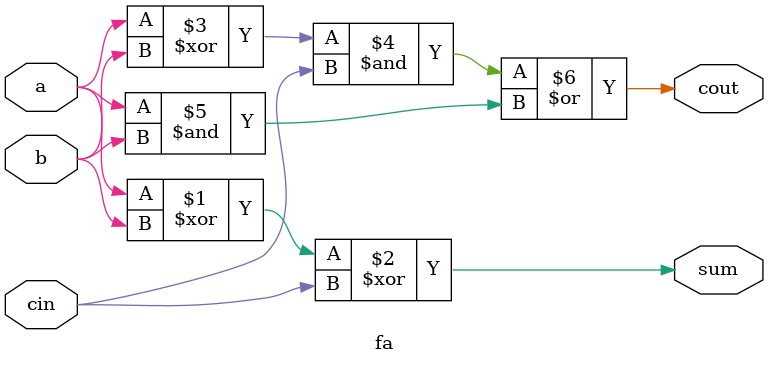
<source format=v>
module top_module( 
    input [99:0] a, b,
    input cin,
    output [99:0] cout,
    output [99:0] sum );
    fa inst0(a[0],b[0],cin,sum[0],cout[0]);
    genvar i ;
    generate
        for ( i=1;i<100;i++)begin : adders
            fa insti(a[i],b[i],cout[i-1],sum[i],cout[i]);
        end
        endgenerate
endmodule

module fa(input a,b,cin,output sum,cout);
    assign sum = a^b^cin;
    assign cout = (((a^b)&cin) | (a&b));
endmodule
 

</source>
